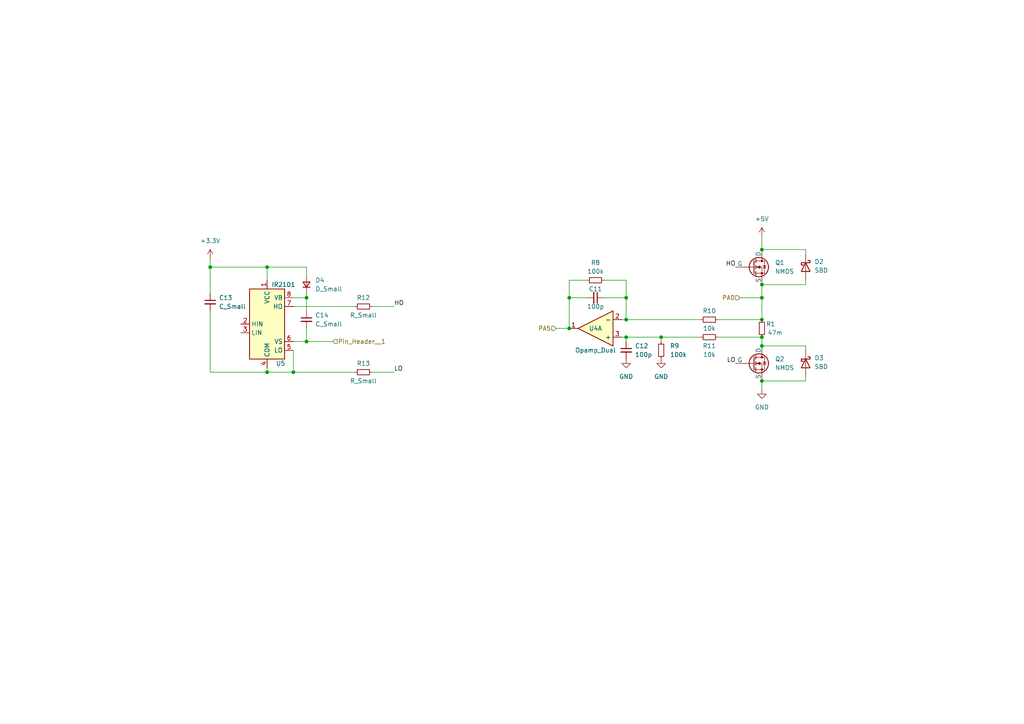
<source format=kicad_sch>
(kicad_sch (version 20230121) (generator eeschema)
  (paper "A4")
  (title_block (title "Gate To Fet 1") (date "2024-09-19") (rev "1"))
  (lib_symbols
    (symbol "Device:C_Small" (pin_numbers hide) (pin_names (offset 0.254) hide)
      (property "Reference" "C" (at 0.254 1.778 0))
      (property "Value" "C_Small" (at 0.254 -2.032 0))
      (symbol "C_Small_0_1"
        (polyline (pts (xy -1.524 -0.508) (xy 1.524 -0.508)) (stroke (width 0.3302)))
        (polyline (pts (xy -1.524 0.508) (xy 1.524 0.508)) (stroke (width 0.3048)))
      )
      (symbol "C_Small_1_1"
        (pin passive line (at 0 2.54 270) (length 2.032) (name "~") (number "1"))
        (pin passive line (at 0 -2.54 90) (length 2.032) (name "~") (number "2"))
      )
    )
    (symbol "Device:D_Small" (pin_numbers hide) (pin_names (offset 0.254) hide)
      (property "Reference" "D" (at -1.27 2.032 0))
      (property "Value" "D_Small" (at -3.81 -2.032 0))
      (symbol "D_Small_0_1"
        (polyline (pts (xy -0.762 -1.016) (xy -0.762 1.016)) (stroke (width 0.254)))
        (polyline (pts (xy -0.762 0) (xy 0.762 0)))
        (polyline (pts (xy 0.762 -1.016) (xy -0.762 0) (xy 0.762 1.016) (xy 0.762 -1.016)) (stroke (width 0.254)))
      )
      (symbol "D_Small_1_1"
        (pin passive line (at -2.54 0 0) (length 1.778) (name "K") (number "1"))
        (pin passive line (at 2.54 0 180) (length 1.778) (name "A") (number "2"))
      )
    )
    (symbol "Device:Opamp_Dual"
      (property "Reference" "U" (at 0 5.08 0))
      (property "Value" "Opamp_Dual" (at 0 -5.08 0))
      (symbol "Opamp_Dual_1_1"
        (polyline (pts (xy -5.08 5.08) (xy 5.08 0) (xy -5.08 -5.08) (xy -5.08 5.08)) (stroke (width 0.254)) (fill (type background)))
        (pin output line (at 7.62 0 180) (length 2.54) (name "~") (number "1"))
        (pin input line (at -7.62 -2.54 0) (length 2.54) (name "-") (number "2"))
        (pin input line (at -7.62 2.54 0) (length 2.54) (name "+") (number "3"))
      )
      (symbol "Opamp_Dual_2_1"
        (polyline (pts (xy -5.08 5.08) (xy 5.08 0) (xy -5.08 -5.08) (xy -5.08 5.08)) (stroke (width 0.254)) (fill (type background)))
        (pin input line (at -7.62 2.54 0) (length 2.54) (name "+") (number "5"))
        (pin input line (at -7.62 -2.54 0) (length 2.54) (name "-") (number "6"))
        (pin output line (at 7.62 0 180) (length 2.54) (name "~") (number "7"))
      )
      (symbol "Opamp_Dual_3_1"
        (pin power_in line (at -2.54 -7.62 90) (length 3.81) (name "V-") (number "4"))
        (pin power_in line (at -2.54 7.62 270) (length 3.81) (name "V+") (number "8"))
      )
    )
    (symbol "Device:R_Small" (pin_numbers hide) (pin_names (offset 0.254) hide)
      (property "Reference" "R" (at 0.762 0.508 0))
      (property "Value" "R_Small" (at 0.762 -1.016 0))
      (symbol "R_Small_0_1"
        (rectangle (start -0.762 1.778) (end 0.762 -1.778) (stroke (width 0.2032)))
      )
      (symbol "R_Small_1_1"
        (pin passive line (at 0 2.54 270) (length 0.762) (name "~") (number "1"))
        (pin passive line (at 0 -2.54 90) (length 0.762) (name "~") (number "2"))
      )
    )
    (symbol "Diode:B150-E3" (pin_numbers hide) (pin_names hide)
      (property "Reference" "D" (at 0 2.54 0))
      (property "Value" "B150-E3" (at 0 -2.54 0))
      (symbol "B150-E3_0_1"
        (polyline (pts (xy 1.27 0) (xy -1.27 0)))
        (polyline (pts (xy 1.27 1.27) (xy 1.27 -1.27) (xy -1.27 0) (xy 1.27 1.27)) (stroke (width 0.254)))
        (polyline (pts (xy -1.905 0.635) (xy -1.905 1.27) (xy -1.27 1.27) (xy -1.27 -1.27) (xy -0.635 -1.27) (xy -0.635 -0.635)) (stroke (width 0.254)))
      )
      (symbol "B150-E3_1_1"
        (pin passive line (at -3.81 0 0) (length 2.54) (name "K") (number "1"))
        (pin passive line (at 3.81 0 180) (length 2.54) (name "A") (number "2"))
      )
    )
    (symbol "Driver_FET:IR2101"
      (property "Reference" "U" (at 1.27 13.335 0))
      (property "Value" "IR2101" (at 1.27 11.43 0))
      (symbol "IR2101_0_1"
        (rectangle (start -5.08 -10.16) (end 5.08 10.16) (stroke (width 0.254)) (fill (type background)))
      )
      (symbol "IR2101_1_1"
        (pin power_in line (at 0 12.7 270) (length 2.54) (name "VCC") (number "1"))
        (pin input line (at -7.62 0 0) (length 2.54) (name "HIN") (number "2"))
        (pin input line (at -7.62 -2.54 0) (length 2.54) (name "LIN") (number "3"))
        (pin power_in line (at 0 -12.7 90) (length 2.54) (name "COM") (number "4"))
        (pin output line (at 7.62 -7.62 180) (length 2.54) (name "LO") (number "5"))
        (pin passive line (at 7.62 -5.08 180) (length 2.54) (name "VS") (number "6"))
        (pin output line (at 7.62 5.08 180) (length 2.54) (name "HO") (number "7"))
        (pin passive line (at 7.62 7.62 180) (length 2.54) (name "VB") (number "8"))
      )
    )
    (symbol "Simulation_SPICE:NMOS" (pin_numbers hide) (pin_names (offset 0))
      (property "Reference" "Q" (at 5.08 1.27 0))
      (property "Value" "NMOS" (at 5.08 -1.27 0))
      (symbol "NMOS_0_1"
        (polyline (pts (xy 0.254 0) (xy -2.54 0)))
        (polyline (pts (xy 0.254 1.905) (xy 0.254 -1.905)) (stroke (width 0.254)))
        (polyline (pts (xy 0.762 -1.27) (xy 0.762 -2.286)) (stroke (width 0.254)))
        (polyline (pts (xy 0.762 0.508) (xy 0.762 -0.508)) (stroke (width 0.254)))
        (polyline (pts (xy 0.762 2.286) (xy 0.762 1.27)) (stroke (width 0.254)))
        (polyline (pts (xy 2.54 2.54) (xy 2.54 1.778)))
        (polyline (pts (xy 2.54 -2.54) (xy 2.54 0) (xy 0.762 0)))
        (polyline (pts (xy 0.762 -1.778) (xy 3.302 -1.778) (xy 3.302 1.778) (xy 0.762 1.778)))
        (polyline (pts (xy 1.016 0) (xy 2.032 0.381) (xy 2.032 -0.381) (xy 1.016 0)) (fill (type outline)))
        (polyline (pts (xy 2.794 0.508) (xy 2.921 0.381) (xy 3.683 0.381) (xy 3.81 0.254)))
        (polyline (pts (xy 3.302 0.381) (xy 2.921 -0.254) (xy 3.683 -0.254) (xy 3.302 0.381)))
        (circle (center 1.651 0) (radius 2.794) (stroke (width 0.254)))
        (circle (center 2.54 -1.778) (radius 0.254) (fill (type outline)))
        (circle (center 2.54 1.778) (radius 0.254) (fill (type outline)))
      )
      (symbol "NMOS_1_1"
        (pin passive line (at 2.54 5.08 270) (length 2.54) (name "D") (number "1"))
        (pin input line (at -5.08 0 0) (length 2.54) (name "G") (number "2"))
        (pin passive line (at 2.54 -5.08 90) (length 2.54) (name "S") (number "3"))
      )
    )
    (symbol "power:+3.3V" (power) (pin_names (offset 0))
      (property "Value" "+3.3V" (at 0 3.556 0))
      (symbol "+3.3V_0_1"
        (polyline (pts (xy -0.762 1.27) (xy 0 2.54)))
        (polyline (pts (xy 0 0) (xy 0 2.54)))
        (polyline (pts (xy 0 2.54) (xy 0.762 1.27)))
      )
      (symbol "+3.3V_1_1"
        (pin power_in line (at 0 0 90) (length 0) hide (name "+3.3V") (number "1"))
      )
    )
    (symbol "power:+5V" (power) (pin_names (offset 0))
      (property "Value" "+5V" (at 0 3.556 0))
      (symbol "+5V_0_1"
        (polyline (pts (xy -0.762 1.27) (xy 0 2.54)))
        (polyline (pts (xy 0 0) (xy 0 2.54)))
        (polyline (pts (xy 0 2.54) (xy 0.762 1.27)))
      )
      (symbol "+5V_1_1"
        (pin power_in line (at 0 0 90) (length 0) hide (name "+5V") (number "1"))
      )
    )
    (symbol "power:GND" (power) (pin_names (offset 0))
      (property "Value" "GND" (at 0 -3.81 0))
      (symbol "GND_0_1"
        (polyline (pts (xy 0 0) (xy 0 -1.27) (xy 1.27 -1.27) (xy 0 -2.54) (xy -1.27 -1.27) (xy 0 -1.27)))
      )
      (symbol "GND_1_1"
        (pin power_in line (at 0 0 270) (length 0) hide (name "GND") (number "1"))
      )
    )
  )
  (junction (at 165.1 95.25))
  (junction (at 77.47 77.47))
  (junction (at 181.61 92.71))
  (junction (at 220.98 97.79))
  (junction (at 220.98 110.49))
  (junction (at 88.9 86.36))
  (junction (at 77.47 107.95))
  (junction (at 181.61 97.79))
  (junction (at 220.98 86.36))
  (junction (at 191.77 97.79))
  (junction (at 88.9 99.06))
  (junction (at 165.1 86.36))
  (junction (at 220.98 82.55))
  (junction (at 220.98 100.33))
  (junction (at 85.09 107.95))
  (junction (at 181.61 86.36))
  (junction (at 60.96 77.47))
  (junction (at 220.98 72.39))
  (junction (at 220.98 92.71))
  (wire (pts (xy 220.98 97.79) (xy 220.98 100.33)))
  (wire (pts (xy 85.09 101.6) (xy 85.09 107.95)))
  (wire (pts (xy 220.98 100.33) (xy 233.68 100.33)))
  (wire (pts (xy 214.63 86.36) (xy 220.98 86.36)))
  (wire (pts (xy 85.09 86.36) (xy 88.9 86.36)))
  (wire (pts (xy 220.98 82.55) (xy 220.98 86.36)))
  (wire (pts (xy 165.1 86.36) (xy 165.1 95.25)))
  (wire (pts (xy 60.96 77.47) (xy 60.96 85.09)))
  (wire (pts (xy 88.9 85.09) (xy 88.9 86.36)))
  (wire (pts (xy 165.1 81.28) (xy 165.1 86.36)))
  (wire (pts (xy 77.47 106.68) (xy 77.47 107.95)))
  (wire (pts (xy 175.26 81.28) (xy 181.61 81.28)))
  (wire (pts (xy 60.96 107.95) (xy 60.96 90.17)))
  (wire (pts (xy 180.34 97.79) (xy 181.61 97.79)))
  (wire (pts (xy 170.18 81.28) (xy 165.1 81.28)))
  (wire (pts (xy 88.9 99.06) (xy 85.09 99.06)))
  (wire (pts (xy 85.09 107.95) (xy 102.87 107.95)))
  (wire (pts (xy 77.47 107.95) (xy 60.96 107.95)))
  (wire (pts (xy 191.77 97.79) (xy 203.2 97.79)))
  (wire (pts (xy 233.68 72.39) (xy 233.68 73.66)))
  (wire (pts (xy 208.28 97.79) (xy 220.98 97.79)))
  (wire (pts (xy 60.96 74.93) (xy 60.96 77.47)))
  (wire (pts (xy 220.98 72.39) (xy 233.68 72.39)))
  (wire (pts (xy 107.95 88.9) (xy 114.3 88.9)))
  (wire (pts (xy 181.61 81.28) (xy 181.61 86.36)))
  (wire (pts (xy 220.98 82.55) (xy 233.68 82.55)))
  (wire (pts (xy 233.68 100.33) (xy 233.68 101.6)))
  (wire (pts (xy 181.61 97.79) (xy 191.77 97.79)))
  (wire (pts (xy 175.26 86.36) (xy 181.61 86.36)))
  (wire (pts (xy 233.68 110.49) (xy 233.68 109.22)))
  (wire (pts (xy 220.98 110.49) (xy 220.98 113.03)))
  (wire (pts (xy 165.1 86.36) (xy 170.18 86.36)))
  (wire (pts (xy 88.9 86.36) (xy 88.9 90.17)))
  (wire (pts (xy 191.77 97.79) (xy 191.77 99.06)))
  (wire (pts (xy 107.95 107.95) (xy 114.3 107.95)))
  (wire (pts (xy 88.9 95.25) (xy 88.9 99.06)))
  (wire (pts (xy 181.61 97.79) (xy 181.61 99.06)))
  (wire (pts (xy 161.29 95.25) (xy 165.1 95.25)))
  (wire (pts (xy 181.61 92.71) (xy 203.2 92.71)))
  (wire (pts (xy 60.96 77.47) (xy 77.47 77.47)))
  (wire (pts (xy 96.52 99.06) (xy 88.9 99.06)))
  (wire (pts (xy 220.98 86.36) (xy 220.98 92.71)))
  (wire (pts (xy 233.68 82.55) (xy 233.68 81.28)))
  (wire (pts (xy 77.47 107.95) (xy 85.09 107.95)))
  (wire (pts (xy 85.09 88.9) (xy 102.87 88.9)))
  (wire (pts (xy 180.34 92.71) (xy 181.61 92.71)))
  (wire (pts (xy 181.61 86.36) (xy 181.61 92.71)))
  (wire (pts (xy 77.47 77.47) (xy 77.47 81.28)))
  (wire (pts (xy 208.28 92.71) (xy 220.98 92.71)))
  (wire (pts (xy 88.9 77.47) (xy 88.9 80.01)))
  (wire (pts (xy 77.47 77.47) (xy 88.9 77.47)))
  (wire (pts (xy 220.98 110.49) (xy 233.68 110.49)))
  (wire (pts (xy 220.98 68.58) (xy 220.98 72.39)))
  (label "HO" (at 213.36 77.47 180))
  (label "HO" (at 114.3 88.9 0))
  (label "LO" (at 114.3 107.95 0))
  (label "LO" (at 213.36 105.41 180))
  (hierarchical_label "Pin_Header__1" (shape input) (at 96.52 99.06 0))
  (hierarchical_label "PA0" (shape input) (at 214.63 86.36 180))
  (hierarchical_label "PA5" (shape input) (at 161.29 95.25 180))
  (symbol (lib_id "power:GND") (at 181.61 104.14 0) (unit 1)
    (property "Reference" "#PWR021" (effects hide))
    (property "Value" "GND" (at 181.61 109.22 0))
  )
  (symbol (lib_id "Device:Opamp_Dual") (at 172.72 95.25 180) (unit 1)
    (property "Reference" "U4" (at 172.72 95.25 0))
    (property "Value" "Opamp_Dual" (at 172.72 101.6 0))
    (property "Sim.Library" "${KICAD7_SYMBOL_DIR}/Simulation_SPICE.sp" (effects hide))
    (property "Sim.Name" "kicad_builtin_opamp_dual" (effects hide))
    (property "Sim.Device" "SUBCKT" (effects hide))
    (property "Sim.Pins" "1=out1 2=in1- 3=in1+ 4=vee 5=in2+ 6=in2- 7=out2 8=vcc" (effects hide))
  )
  (symbol (lib_id "Device:R_Small") (at 205.74 92.71 90) (unit 1)
    (property "Reference" "R10" (at 205.74 90.17 90))
    (property "Value" "10k" (at 205.74 95.25 90))
  )
  (symbol (lib_id "Device:C_Small") (at 88.9 92.71 0) (unit 1)
    (property "Reference" "C14" (at 91.44 91.4463 0) (effects (justify left)))
    (property "Value" "C_Small" (at 91.44 93.9863 0) (effects (justify left)))
  )
  (symbol (lib_id "Device:R_Small") (at 105.41 107.95 90) (unit 1)
    (property "Reference" "R13" (at 105.41 105.41 90))
    (property "Value" "R_Small" (at 105.41 110.49 90))
  )
  (symbol (lib_id "power:+3.3V") (at 60.96 74.93 0) (unit 1)
    (property "Reference" "#PWR023" (effects hide))
    (property "Value" "+3.3V" (at 60.96 69.85 0))
  )
  (symbol (lib_id "power:GND") (at 191.77 104.14 0) (unit 1)
    (property "Reference" "#PWR022" (effects hide))
    (property "Value" "GND" (at 191.77 109.22 0))
  )
  (symbol (lib_id "Device:R_Small") (at 191.77 101.6 180) (unit 1)
    (property "Reference" "R9" (at 194.31 100.33 0) (effects (justify right)))
    (property "Value" "100k" (at 194.31 102.87 0) (effects (justify right)))
  )
  (symbol (lib_id "Simulation_SPICE:NMOS") (at 218.44 105.41 0) (unit 1)
    (property "Reference" "Q2" (at 224.79 104.14 0) (effects (justify left)))
    (property "Value" "NMOS" (at 224.79 106.68 0) (effects (justify left)))
    (property "Datasheet" "https://ngspice.sourceforge.io/docs/ngspice-manual.pdf" (effects hide))
    (property "Sim.Device" "NMOS" (effects hide))
    (property "Sim.Type" "VDMOS" (effects hide))
    (property "Sim.Pins" "1=D 2=G 3=S" (effects hide))
  )
  (symbol (lib_id "Device:C_Small") (at 60.96 87.63 0) (unit 1)
    (property "Reference" "C13" (at 63.5 86.3663 0) (effects (justify left)))
    (property "Value" "C_Small" (at 63.5 88.9063 0) (effects (justify left)))
  )
  (symbol (lib_id "power:GND") (at 220.98 113.03 0) (unit 1)
    (property "Reference" "#PWR014" (effects hide))
    (property "Value" "GND" (at 220.98 118.11 0))
  )
  (symbol (lib_id "Device:R_Small") (at 220.98 95.25 180) (unit 1)
    (property "Reference" "R1" (at 223.52 93.98 0))
    (property "Value" "47m" (at 224.79 96.52 0))
  )
  (symbol (lib_id "Device:C_Small") (at 172.72 86.36 270) (unit 1)
    (property "Reference" "C11" (at 172.72 83.82 90))
    (property "Value" "100p" (at 172.72 88.9 90))
  )
  (symbol (lib_id "Diode:B150-E3") (at 233.68 77.47 270) (unit 1)
    (property "Reference" "D2" (at 236.22 75.8825 90) (effects (justify left)))
    (property "Value" "SBD" (at 236.22 78.4225 90) (effects (justify left)))
    (property "Footprint" "Diode_SMD:D_SMA" (effects hide))
    (property "Datasheet" "http://www.vishay.com/docs/88946/b120.pdf" (effects hide))
  )
  (symbol (lib_id "Device:R_Small") (at 105.41 88.9 90) (unit 1)
    (property "Reference" "R12" (at 105.41 86.36 90))
    (property "Value" "R_Small" (at 105.41 91.44 90))
  )
  (symbol (lib_id "Device:R_Small") (at 205.74 97.79 90) (unit 1)
    (property "Reference" "R11" (at 205.74 100.33 90))
    (property "Value" "10k" (at 205.74 102.87 90))
  )
  (symbol (lib_id "Device:D_Small") (at 88.9 82.55 90) (unit 1)
    (property "Reference" "D4" (at 91.44 81.28 90) (effects (justify right)))
    (property "Value" "D_Small" (at 91.44 83.82 90) (effects (justify right)))
    (property "Sim.Device" "D" (effects hide))
    (property "Sim.Pins" "1=K 2=A" (effects hide))
  )
  (symbol (lib_id "Device:C_Small") (at 181.61 101.6 0) (unit 1)
    (property "Reference" "C12" (at 184.15 100.3363 0) (effects (justify left)))
    (property "Value" "100p" (at 184.15 102.8763 0) (effects (justify left)))
  )
  (symbol (lib_id "Diode:B150-E3") (at 233.68 105.41 270) (unit 1)
    (property "Reference" "D3" (at 236.22 103.8225 90) (effects (justify left)))
    (property "Value" "SBD" (at 236.22 106.3625 90) (effects (justify left)))
    (property "Footprint" "Diode_SMD:D_SMA" (effects hide))
    (property "Datasheet" "http://www.vishay.com/docs/88946/b120.pdf" (effects hide))
  )
  (symbol (lib_id "Device:R_Small") (at 172.72 81.28 270) (unit 1)
    (property "Reference" "R8" (at 172.72 76.2 90))
    (property "Value" "100k" (at 172.72 78.74 90))
  )
  (symbol (lib_id "Driver_FET:IR2101") (at 77.47 93.98 0) (unit 1)
    (property "Reference" "U5" (at 80.01 105.41 0) (effects (justify left)))
    (property "Value" "IR2101" (at 78.74 82.55 0) (effects (justify left)))
    (property "Datasheet" "https://www.infineon.com/dgdl/ir2101.pdf?fileId=5546d462533600a4015355c7a755166c" (effects hide))
  )
  (symbol (lib_id "power:+5V") (at 220.98 68.58 0) (unit 1)
    (property "Reference" "#PWR011" (effects hide))
    (property "Value" "+5V" (at 220.98 63.5 0))
  )
  (symbol (lib_id "Simulation_SPICE:NMOS") (at 218.44 77.47 0) (unit 1)
    (property "Reference" "Q1" (at 224.79 76.2 0) (effects (justify left)))
    (property "Value" "NMOS" (at 224.79 78.74 0) (effects (justify left)))
    (property "Datasheet" "https://ngspice.sourceforge.io/docs/ngspice-manual.pdf" (effects hide))
    (property "Sim.Device" "NMOS" (effects hide))
    (property "Sim.Type" "VDMOS" (effects hide))
    (property "Sim.Pins" "1=D 2=G 3=S" (effects hide))
  )
)
</source>
